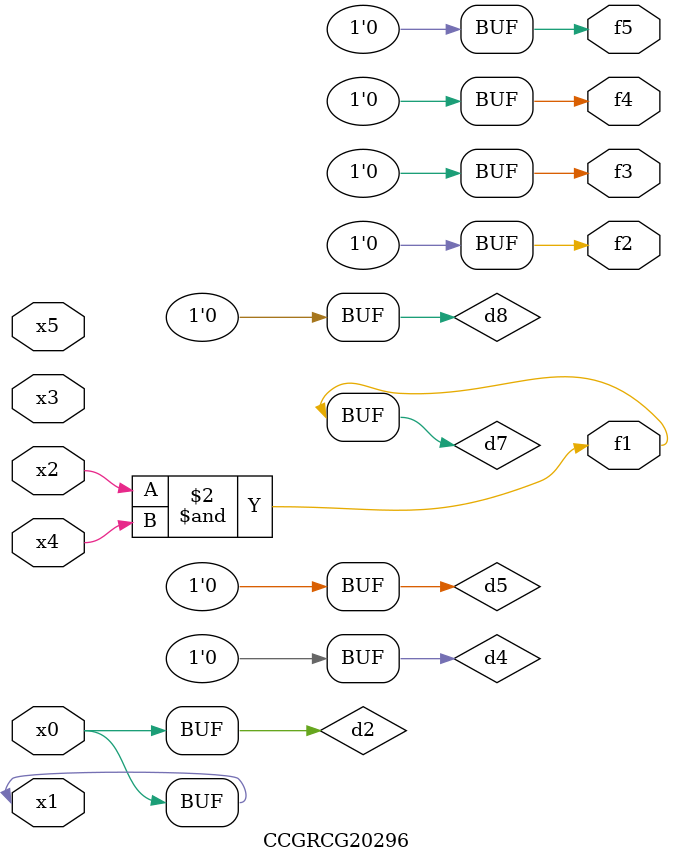
<source format=v>
module CCGRCG20296(
	input x0, x1, x2, x3, x4, x5,
	output f1, f2, f3, f4, f5
);

	wire d1, d2, d3, d4, d5, d6, d7, d8, d9;

	nand (d1, x1);
	buf (d2, x0, x1);
	nand (d3, x2, x4);
	and (d4, d1, d2);
	and (d5, d1, d2);
	nand (d6, d1, d3);
	not (d7, d3);
	xor (d8, d5);
	nor (d9, d5, d6);
	assign f1 = d7;
	assign f2 = d8;
	assign f3 = d8;
	assign f4 = d8;
	assign f5 = d8;
endmodule

</source>
